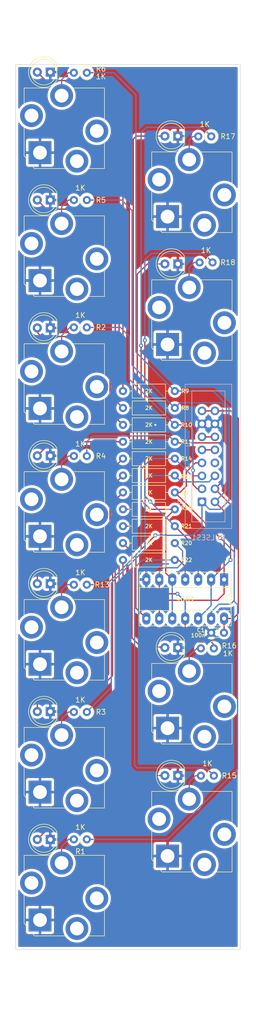
<source format=kicad_pcb>
(kicad_pcb (version 20211014) (generator pcbnew)
  (title_block (date "2022-07-26"))
  (layers (0 "F.Cu" signal) (31 "B.Cu" signal) (34 "B.Paste" user) (35 "F.Paste" user) (36 "B.SilkS" user "B.Silkscreen") (37 "F.SilkS" user "F.Silkscreen") (38 "B.Mask" user) (39 "F.Mask" user) (44 "Edge.Cuts" user))
  (net 0 "")
  (net 1 "/+12V")
  (net 2 "GND")
  (net 3 "Net-(D1-Pad2)")
  (net 4 "/PULSE7")
  (net 5 "Net-(D2-Pad2)")
  (net 6 "/PULSE4")
  (net 7 "Net-(D3-Pad2)")
  (net 8 "/PULSE2")
  (net 9 "Net-(D4-Pad2)")
  (net 10 "/PULSE1")
  (net 11 "Net-(D5-Pad2)")
  (net 12 "/PULSE3")
  (net 13 "Net-(D6-Pad2)")
  (net 14 "/PULSE6")
  (net 15 "Net-(D7-Pad2)")
  (net 16 "/PULSE5")
  (net 17 "Net-(D8-Pad2)")
  (net 18 "Net-(D10-Pad2)")
  (net 19 "Net-(D11-Pad2)")
  (net 20 "Net-(D9-Pad2)")
  (net 21 "Net-(R15-Pad1)")
  (net 22 "Net-(R16-Pad1)")
  (net 23 "Net-(R17-Pad1)")
  (net 24 "Net-(R18-Pad1)")
  (net 25 "Net-(J1-PadT)")
  (net 26 "Net-(J2-PadT)")
  (net 27 "Net-(J3-PadT)")
  (net 28 "Net-(J4-PadT)")
  (net 29 "Net-(J5-PadT)")
  (net 30 "Net-(J6-PadT)")
  (net 31 "Net-(J7-PadT)")
  (net 32 "Net-(J8-PadT)")
  (net 33 "Net-(J9-PadT)")
  (net 34 "Net-(J10-PadT)")
  (net 35 "Net-(J11-PadT)")
  (net 36 "/PULSE8")
  (net 37 "/BUFFCLK")
  (net 38 "/-12V")
  (footprint "ao_tht:R_Axial_DIN0207_L6.3mm_D2.5mm_P10.16mm_Horizontal" (layer "F.Cu") (at 59.182 124.46 180)
    (fp_text reference "R19" (at -2.286 0.254) (layer "F.SilkS") (effects (font (size 0.75 0.75))))
    (fp_text value "2K" hide)
    (fp_text user "${VALUE}" (at 5.08 0) (layer "F.SilkS") (effects (font (size 0.75 0.75))))
    (pad "1" thru_hole circle (at 0 0 180) (size 1.6 1.6) (drill 0.8) (layers *.Cu *.Mask) (net 23 "Net-(R17-Pad1)"))
    (pad "2" thru_hole oval (at 10.16 0 180) (size 1.6 1.6) (drill 0.8) (layers *.Cu *.Mask) (net 17 "Net-(D8-Pad2)"))
  )
  (footprint "ao_tht:LED_D5.0mm" (layer "F.Cu") (at 59.775 51.5 180)
    (fp_text reference "D8" hide)
    (fp_text value "LED12")
    (pad "1" thru_hole rect locked (at 0 0 180) (size 1.8 1.8) (drill 0.9) (layers *.Cu *.Mask) (net 2 "GND"))
    (pad "2" thru_hole circle locked (at 2.54 0 180) (size 1.8 1.8) (drill 0.9) (layers *.Cu *.Mask) (net 17 "Net-(D8-Pad2)"))
  )
  (footprint "ao_tht:R_Axial_DIN0207_L6.3mm_D2.5mm_P10.16mm_Horizontal" (layer "F.Cu") (at 59.182 101.346 180)
    (fp_text reference "R9" (at -2.032 0) (layer "F.SilkS") (effects (font (size 0.75 0.75))))
    (fp_text value "2K" hide)
    (fp_text user "${VALUE}" (at 5.08 0) (layer "F.SilkS") (effects (font (size 0.75 0.75))))
    (pad "1" thru_hole circle (at 0 0 180) (size 1.6 1.6) (drill 0.8) (layers *.Cu *.Mask) (net 10 "/PULSE1"))
    (pad "2" thru_hole oval (at 10.16 0 180) (size 1.6 1.6) (drill 0.8) (layers *.Cu *.Mask) (net 9 "Net-(D4-Pad2)"))
  )
  (footprint "ao_tht:R_Axial_DIN0207_L6.3mm_D2.5mm_P10.16mm_Horizontal" (layer "F.Cu") (at 59.182 131.064 180)
    (fp_text reference "R20" (at -2.286 0) (layer "F.SilkS") (effects (font (size 0.75 0.75))))
    (fp_text value "2K" hide)
    (fp_text user "${VALUE}" (at 5.08 0) (layer "F.SilkS") (effects (font (size 0.75 0.75))))
    (pad "1" thru_hole circle (at 0 0 180) (size 1.6 1.6) (drill 0.8) (layers *.Cu *.Mask) (net 22 "Net-(R16-Pad1)"))
    (pad "2" thru_hole oval (at 10.16 0 180) (size 1.6 1.6) (drill 0.8) (layers *.Cu *.Mask) (net 19 "Net-(D11-Pad2)"))
  )
  (footprint "ao_tht:Jack_6.35mm_PJ_629HAN" (layer "F.Cu") (at 37.5 100 -90)
    (fp_text reference "J5" hide)
    (fp_text value "OUT3")
    (pad "R" thru_hole circle locked (at 0.5 -6.4 270) (size 4.500001 4.500001) (drill 2.7) (layers *.Cu *.Mask))
    (pad "RN" thru_hole circle locked (at 6.4 -2.5 270) (size 4.500001 4.500001) (drill 2.7) (layers *.Cu *.Mask))
    (pad "S" thru_hole rect locked (at 4.74 4.74 270) (size 4.500001 4.500001) (drill 2.7) (layers *.Cu *.Mask) (net 2 "GND"))
    (pad "T" thru_hole circle locked (at -6.4 0.5 270) (size 4.5 4.5) (drill 2.7) (layers *.Cu *.Mask) (net 29 "Net-(J5-PadT)"))
    (pad "TN" thru_hole circle locked (at -2.5 6.4 270) (size 4.5 4.5) (drill 2.7) (layers *.Cu *.Mask))
  )
  (footprint "ao_tht:LED_D5.0mm" (layer "F.Cu") (at 34.775 114 180)
    (fp_text reference "D2" hide)
    (fp_text value "LED4")
    (pad "1" thru_hole rect locked (at 0 0 180) (size 1.8 1.8) (drill 0.9) (layers *.Cu *.Mask) (net 2 "GND"))
    (pad "2" thru_hole circle locked (at 2.54 0 180) (size 1.8 1.8) (drill 0.9) (layers *.Cu *.Mask) (net 5 "Net-(D2-Pad2)"))
  )
  (footprint "ao_tht:R_Axial_DIN0207_L6.3mm_D2.5mm_P2.54mm_Vertical" (layer "F.Cu") (at 41.939 139.192 180)
    (fp_text reference "R13" (at -3.019 0) (layer "F.SilkS"))
    (fp_text value "1K" (at 1.27 2.37) (layer "F.SilkS"))
    (pad "1" thru_hole circle (at 0 0 180) (size 1.6 1.6) (drill 0.8) (layers *.Cu *.Mask) (net 16 "/PULSE5"))
    (pad "2" thru_hole oval (at 2.54 0 180) (size 1.6 1.6) (drill 0.8) (layers *.Cu *.Mask) (net 31 "Net-(J7-PadT)"))
  )
  (footprint "ao_tht:R_Axial_DIN0207_L6.3mm_D2.5mm_P2.54mm_Vertical" (layer "F.Cu") (at 41.939 188.976 180)
    (fp_text reference "R1" (at 1.27 -2.37 180) (layer "F.SilkS"))
    (fp_text value "1K" (at 1.27 2.37 180) (layer "F.SilkS"))
    (pad "1" thru_hole circle (at 0 0 180) (size 1.6 1.6) (drill 0.8) (layers *.Cu *.Mask) (net 4 "/PULSE7"))
    (pad "2" thru_hole oval (at 2.54 0 180) (size 1.6 1.6) (drill 0.8) (layers *.Cu *.Mask) (net 30 "Net-(J6-PadT)"))
  )
  (footprint "ao_tht:Jack_6.35mm_PJ_629HAN" (layer "F.Cu") (at 37.5 50 -90)
    (fp_text reference "J4" hide)
    (fp_text value "OUT1")
    (pad "R" thru_hole circle locked (at 0.5 -6.4 270) (size 4.500001 4.500001) (drill 2.7) (layers *.Cu *.Mask))
    (pad "RN" thru_hole circle locked (at 6.4 -2.5 270) (size 4.500001 4.500001) (drill 2.7) (layers *.Cu *.Mask))
    (pad "S" thru_hole rect locked (at 4.74 4.74 270) (size 4.500001 4.500001) (drill 2.7) (layers *.Cu *.Mask) (net 2 "GND"))
    (pad "T" thru_hole circle locked (at -6.4 0.5 270) (size 4.5 4.5) (drill 2.7) (layers *.Cu *.Mask) (net 28 "Net-(J4-PadT)"))
    (pad "TN" thru_hole circle locked (at -2.5 6.4 270) (size 4.5 4.5) (drill 2.7) (layers *.Cu *.Mask))
  )
  (footprint "ao_tht:Jack_6.35mm_PJ_629HAN" (layer "F.Cu") (at 37.5 75 -90)
    (fp_text reference "J3" hide)
    (fp_text value "OUT2")
    (pad "R" thru_hole circle locked (at 0.5 -6.4 270) (size 4.500001 4.500001) (drill 2.7) (layers *.Cu *.Mask))
    (pad "RN" thru_hole circle locked (at 6.4 -2.5 270) (size 4.500001 4.500001) (drill 2.7) (layers *.Cu *.Mask))
    (pad "S" thru_hole rect locked (at 4.74 4.74 270) (size 4.500001 4.500001) (drill 2.7) (layers *.Cu *.Mask) (net 2 "GND"))
    (pad "T" thru_hole circle locked (at -6.4 0.5 270) (size 4.5 4.5) (drill 2.7) (layers *.Cu *.Mask) (net 27 "Net-(J3-PadT)"))
    (pad "TN" thru_hole circle locked (at -2.5 6.4 270) (size 4.5 4.5) (drill 2.7) (layers *.Cu *.Mask))
  )
  (footprint "ao_tht:R_Axial_DIN0207_L6.3mm_D2.5mm_P10.16mm_Horizontal" (layer "F.Cu") (at 59.182 121.158 180)
    (fp_text reference "R7" (at -2.032 -0.254) (layer "F.SilkS") (effects (font (size 0.75 0.75))))
    (fp_text value "2K" hide)
    (fp_text user "${VALUE}" (at 5.08 0) (layer "F.SilkS") (effects (font (size 0.75 0.75))))
    (pad "1" thru_hole circle (at 0 0 180) (size 1.6 1.6) (drill 0.8) (layers *.Cu *.Mask) (net 4 "/PULSE7"))
    (pad "2" thru_hole oval (at 10.16 0 180) (size 1.6 1.6) (drill 0.8) (layers *.Cu *.Mask) (net 3 "Net-(D1-Pad2)"))
  )
  (footprint "ao_tht:R_Axial_DIN0207_L6.3mm_D2.5mm_P2.54mm_Vertical" (layer "F.Cu") (at 41.939 164.084 180)
    (fp_text reference "R3" (at -2.765 0 180) (layer "F.SilkS"))
    (fp_text value "1K" (at 1.27 2.37 180) (layer "F.SilkS"))
    (pad "1" thru_hole circle (at 0 0 180) (size 1.6 1.6) (drill 0.8) (layers *.Cu *.Mask) (net 14 "/PULSE6"))
    (pad "2" thru_hole oval (at 2.54 0 180) (size 1.6 1.6) (drill 0.8) (layers *.Cu *.Mask) (net 25 "Net-(J1-PadT)"))
  )
  (footprint "ao_tht:Jack_6.35mm_PJ_629HAN" (layer "F.Cu") (at 62.5 87.5 -90)
    (fp_text reference "J11" hide)
    (fp_text value "OUT24")
    (pad "R" thru_hole circle locked (at 0.5 -6.4 270) (size 4.500001 4.500001) (drill 2.7) (layers *.Cu *.Mask))
    (pad "RN" thru_hole circle locked (at 6.4 -2.5 270) (size 4.500001 4.500001) (drill 2.7) (layers *.Cu *.Mask))
    (pad "S" thru_hole rect locked (at 4.74 4.74 270) (size 4.500001 4.500001) (drill 2.7) (layers *.Cu *.Mask) (net 2 "GND"))
    (pad "T" thru_hole circle locked (at -6.4 0.5 270) (size 4.5 4.5) (drill 2.7) (layers *.Cu *.Mask) (net 35 "Net-(J11-PadT)"))
    (pad "TN" thru_hole circle locked (at -2.5 6.4 270) (size 4.5 4.5) (drill 2.7) (layers *.Cu *.Mask))
  )
  (footprint "ao_tht:R_Axial_DIN0207_L6.3mm_D2.5mm_P10.16mm_Horizontal" (layer "F.Cu") (at 59.182 104.648 180)
    (fp_text reference "R8" (at -2.032 0) (layer "F.SilkS") (effects (font (size 0.75 0.75))))
    (fp_text value "2K" hide)
    (fp_text user "${VALUE}" (at 5.08 0) (layer "F.SilkS") (effects (font (size 0.75 0.75))))
    (pad "1" thru_hole circle (at 0 0 180) (size 1.6 1.6) (drill 0.8) (layers *.Cu *.Mask) (net 8 "/PULSE2"))
    (pad "2" thru_hole oval (at 10.16 0 180) (size 1.6 1.6) (drill 0.8) (layers *.Cu *.Mask) (net 7 "Net-(D3-Pad2)"))
  )
  (footprint "ao_tht:R_Axial_DIN0207_L6.3mm_D2.5mm_P2.54mm_Vertical" (layer "F.Cu") (at 41.939 64.008 180)
    (fp_text reference "R5" (at -2.765 0) (layer "F.SilkS"))
    (fp_text value "1K" (at 1.27 2.37) (layer "F.SilkS"))
    (pad "1" thru_hole circle (at 0 0 180) (size 1.6 1.6) (drill 0.8) (layers *.Cu *.Mask) (net 8 "/PULSE2"))
    (pad "2" thru_hole oval (at 2.54 0 180) (size 1.6 1.6) (drill 0.8) (layers *.Cu *.Mask) (net 27 "Net-(J3-PadT)"))
  )
  (footprint "ao_tht:LED_D5.0mm" (layer "F.Cu") (at 34.775 139 180)
    (fp_text reference "D7" hide)
    (fp_text value "LED5")
    (pad "1" thru_hole rect locked (at 0 0 180) (size 1.8 1.8) (drill 0.9) (layers *.Cu *.Mask) (net 2 "GND"))
    (pad "2" thru_hole circle locked (at 2.54 0 180) (size 1.8 1.8) (drill 0.9) (layers *.Cu *.Mask) (net 15 "Net-(D7-Pad2)"))
  )
  (footprint "ao_tht:Jack_6.35mm_PJ_629HAN" (layer "F.Cu") (at 62.5 62.5 -90)
    (fp_text reference "J10" hide)
    (fp_text value "OUT12")
    (pad "R" thru_hole circle locked (at 0.5 -6.4 270) (size 4.500001 4.500001) (drill 2.7) (layers *.Cu *.Mask))
    (pad "RN" thru_hole circle locked (at 6.4 -2.5 270) (size 4.500001 4.500001) (drill 2.7) (layers *.Cu *.Mask))
    (pad "S" thru_hole rect locked (at 4.74 4.74 270) (size 4.500001 4.500001) (drill 2.7) (layers *.Cu *.Mask) (net 2 "GND"))
    (pad "T" thru_hole circle locked (at -6.4 0.5 270) (size 4.5 4.5) (drill 2.7) (layers *.Cu *.Mask) (net 34 "Net-(J10-PadT)"))
    (pad "TN" thru_hole circle locked (at -2.5 6.4 270) (size 4.5 4.5) (drill 2.7) (layers *.Cu *.Mask))
  )
  (footprint "ao_tht:LED_D5.0mm" (layer "F.Cu") (at 59.775 176.5 180)
    (fp_text reference "D10" hide)
    (fp_text value "LED1247")
    (pad "1" thru_hole rect locked (at 0 0 180) (size 1.8 1.8) (drill 0.9) (layers *.Cu *.Mask) (net 2 "GND"))
    (pad "2" thru_hole circle locked (at 2.54 0 180) (size 1.8 1.8) (drill 0.9) (layers *.Cu *.Mask) (net 18 "Net-(D10-Pad2)"))
  )
  (footprint "ao_tht:Jack_6.35mm_PJ_629HAN" (layer "F.Cu") (at 62.5 187.5 -90)
    (fp_text reference "J8" hide)
    (fp_text value "1247")
    (pad "R" thru_hole circle locked (at 0.5 -6.4 270) (size 4.500001 4.500001) (drill 2.7) (layers *.Cu *.Mask))
    (pad "RN" thru_hole circle locked (at 6.4 -2.5 270) (size 4.500001 4.500001) (drill 2.7) (layers *.Cu *.Mask))
    (pad "S" thru_hole rect locked (at 4.74 4.74 270) (size 4.500001 4.500001) (drill 2.7) (layers *.Cu *.Mask) (net 2 "GND"))
    (pad "T" thru_hole circle locked (at -6.4 0.5 270) (size 4.5 4.5) (drill 2.7) (layers *.Cu *.Mask) (net 32 "Net-(J8-PadT)"))
    (pad "TN" thru_hole circle locked (at -2.5 6.4 270) (size 4.5 4.5) (drill 2.7) (layers *.Cu *.Mask))
  )
  (footprint "ao_tht:R_Axial_DIN0207_L6.3mm_D2.5mm_P2.54mm_Vertical" (layer "F.Cu") (at 41.939 39.116 180)
    (fp_text reference "R6" (at -2.765 0.762) (layer "F.SilkS"))
    (fp_text value "1K" (at -2.765 -0.762) (layer "F.SilkS"))
    (pad "1" thru_hole circle (at 0 0 180) (size 1.6 1.6) (drill 0.8) (layers *.Cu *.Mask) (net 10 "/PULSE1"))
    (pad "2" thru_hole oval (at 2.54 0 180) (size 1.6 1.6) (drill 0.8) (layers *.Cu *.Mask) (net 28 "Net-(J4-PadT)"))
  )
  (footprint "ao_tht:R_Axial_DIN0207_L6.3mm_D2.5mm_P10.16mm_Horizontal" (layer "F.Cu") (at 59.182 107.95 180)
    (fp_text reference "R10" (at -2.286 0) (layer "F.SilkS") (effects (font (size 0.75 0.75))))
    (fp_text value "2K" hide)
    (fp_text user "${VALUE}" (at 5.08 0.002) (layer "F.SilkS") (effects (font (size 0.75 0.75))))
    (pad "1" thru_hole circle (at 0 0 180) (size 1.6 1.6) (drill 0.8) (layers *.Cu *.Mask) (net 12 "/PULSE3"))
    (pad "2" thru_hole oval (at 10.16 0 180) (size 1.6 1.6) (drill 0.8) (layers *.Cu *.Mask) (net 11 "Net-(D5-Pad2)"))
  )
  (footprint "ao_tht:R_Axial_DIN0207_L6.3mm_D2.5mm_P10.16mm_Horizontal" (layer "F.Cu") (at 59.182 117.856 180)
    (fp_text reference "R12" (at -2.286 -0.254) (layer "F.SilkS") (effects (font (size 0.75 0.75))))
    (fp_text value "2K" hide)
    (fp_text user "${VALUE}" (at 5.08 0) (layer "F.SilkS") (effects (font (size 0.75 0.75))))
    (pad "1" thru_hole circle (at 0 0 180) (size 1.6 1.6) (drill 0.8) (layers *.Cu *.Mask) (net 14 "/PULSE6"))
    (pad "2" thru_hole oval (at 10.16 0 180) (size 1.6 1.6) (drill 0.8) (layers *.Cu *.Mask) (net 13 "Net-(D6-Pad2)"))
  )
  (footprint "ao_tht:R_Axial_DIN0207_L6.3mm_D2.5mm_P2.54mm_Vertical" (layer "F.Cu") (at 66.831 176.53 180)
    (fp_text reference "R15" (at -3.019 0 180) (layer "F.SilkS"))
    (fp_text value "1K" (at 1.27 2.37 180) (layer "F.SilkS"))
    (pad "1" thru_hole circle (at 0 0 180) (size 1.6 1.6) (drill 0.8) (layers *.Cu *.Mask) (net 21 "Net-(R15-Pad1)"))
    (pad "2" thru_hole oval (at 2.54 0 180) (size 1.6 1.6) (drill 0.8) (layers *.Cu *.Mask) (net 32 "Net-(J8-PadT)"))
  )
  (footprint "ao_tht:Jack_6.35mm_PJ_629HAN" (layer "F.Cu") (at 62.5 162.5 -90)
    (fp_text reference "J9" hide)
    (fp_text value "OUT47")
    (pad "R" thru_hole circle locked (at 0.5 -6.4 270) (size 4.500001 4.500001) (drill 2.7) (layers *.Cu *.Mask))
    (pad "RN" thru_hole circle locked (at 6.4 -2.5 270) (size 4.500001 4.500001) (drill 2.7) (layers *.Cu *.Mask))
    (pad "S" thru_hole rect locked (at 4.74 4.74 270) (size 4.500001 4.500001) (drill 2.7) (layers *.Cu *.Mask) (net 2 "GND"))
    (pad "T" thru_hole circle locked (at -6.4 0.5 270) (size 4.5 4.5) (drill 2.7) (layers *.Cu *.Mask) (net 33 "Net-(J9-PadT)"))
    (pad "TN" thru_hole circle locked (at -2.5 6.4 270) (size 4.5 4.5) (drill 2.7) (layers *.Cu *.Mask))
  )
  (footprint "ao_tht:LED_D5.0mm" (layer "F.Cu") (at 34.775 189 180)
    (fp_text reference "D1" hide)
    (fp_text value "LED7")
    (pad "1" thru_hole rect locked (at 0 0 180) (size 1.8 1.8) (drill 0.9) (layers *.Cu *.Mask) (net 2 "GND"))
    (pad "2" thru_hole circle locked (at 2.54 0 180) (size 1.8 1.8) (drill 0.9) (layers *.Cu *.Mask) (net 3 "Net-(D1-Pad2)"))
  )
  (footprint "ao_tht:LED_D5.0mm" (layer "F.Cu") (at 59.775 151.5 180)
    (fp_text reference "D11" hide)
    (fp_text value "LED47")
    (pad "1" thru_hole rect locked (at 0 0 180) (size 1.8 1.8) (drill 0.9) (layers *.Cu *.Mask) (net 2 "GND"))
    (pad "2" thru_hole circle locked (at 2.54 0 180) (size 1.8 1.8) (drill 0.9) (layers *.Cu *.Mask) (net 19 "Net-(D11-Pad2)"))
  )
  (footprint "ao_tht:Jack_6.35mm_PJ_629HAN" (layer "F.Cu") (at 37.5 125 -90)
    (fp_text reference "J2" hide)
    (fp_text value "OUT4")
    (pad "R" thru_hole circle locked (at 0.5 -6.4 270) (size 4.500001 4.500001) (drill 2.7) (layers *.Cu *.Mask))
    (pad "RN" thru_hole circle locked (at 6.4 -2.5 270) (size 4.500001 4.500001) (drill 2.7) (layers *.Cu *.Mask))
    (pad "S" thru_hole rect locked (at 4.74 4.74 270) (size 4.500001 4.500001) (drill 2.7) (layers *.Cu *.Mask) (net 2 "GND"))
    (pad "T" thru_hole circle locked (at -6.4 0.5 270) (size 4.5 4.5) (drill 2.7) (layers *.Cu *.Mask) (net 26 "Net-(J2-PadT)"))
    (pad "TN" thru_hole circle locked (at -2.5 6.4 270) (size 4.5 4.5) (drill 2.7) (layers *.Cu *.Mask))
  )
  (footprint "ao_tht:R_Axial_DIN0207_L6.3mm_D2.5mm_P2.54mm_Vertical" (layer "F.Cu") (at 41.939 88.9 180)
    (fp_text reference "R2" (at -2.765 0 180) (layer "F.SilkS"))
    (fp_text value "1K" (at 1.27 2.37 180) (layer "F.SilkS"))
    (pad "1" thru_hole circle (at 0 0 180) (size 1.6 1.6) (drill 0.8) (layers *.Cu *.Mask) (net 12 "/PULSE3"))
    (pad "2" thru_hole oval (at 2.54 0 180) (size 1.6 1.6) (drill 0.8) (layers *.Cu *.Mask) (net 29 "Net-(J5-PadT)"))
  )
  (footprint "ao_tht:R_Axial_DIN0207_L6.3mm_D2.5mm_P10.16mm_Horizontal" (layer "F.Cu") (at 59.182 134.366 180)
    (fp_text reference "R22" (at -2.286 0) (layer "F.SilkS") (effects (font (size 0.75 0.75))))
    (fp_text value "2K" hide)
    (fp_text user "${VALUE}" (at 5.08 0) (layer "F.SilkS") (effects (font (size 0.75 0.75))))
    (pad "1" thru_hole circle (at 0 0 180) (size 1.6 1.6) (drill 0.8) (layers *.Cu *.Mask) (net 21 "Net-(R15-Pad1)"))
    (pad "2" thru_hole oval (at 10.16 0 180) (size 1.6 1.6) (drill 0.8) (layers *.Cu *.Mask) (net 18 "Net-(D10-Pad2)"))
  )
  (footprint "ao_tht:R_Axial_DIN0207_L6.3mm_D2.5mm_P10.16mm_Horizontal" (layer "F.Cu") (at 59.182 127.762 180)
    (fp_text reference "R21" (at -2.286 0) (layer "F.SilkS") (effects (font (size 0.75 0.75))))
    (fp_text value "2K" hide)
    (fp_text user "${VALUE}" (at 5.08 0) (layer "F.SilkS") (effects (font (size 0.75 0.75))))
    (pad "1" thru_hole circle (at 0 0 180) (size 1.6 1.6) (drill 0.8) (layers *.Cu *.Mask) (net 24 "Net-(R18-Pad1)"))
    (pad "2" thru_hole oval (at 10.16 0 180) (size 1.6 1.6) (drill 0.8) (layers *.Cu *.Mask) (net 20 "Net-(D9-Pad2)"))
  )
  (footprint "ao_tht:DIP-14_W7.62mm_Socket_LongPads" (layer "F.Cu") (at 68.839 138.186 -90)
    (fp_text reference "U1" hide)
    (fp_text value "4081" (at 3.81 7.625) (layer "F.SilkS"))
    (pad "1" thru_hole rect locked (at 0 0 270) (size 2.4 1.6) (drill 0.8) (layers *.Cu *.Mask) (net 8 "/PULSE2"))
    (pad "2" thru_hole oval locked (at 0 2.54 270) (size 2.4 1.6) (drill 0.8) (layers *.Cu *.Mask) (net 6 "/PULSE4"))
    (pad "3" thru_hole oval locked (at 0 5.08 270) (size 2.4 1.6) (drill 0.8) (layers *.Cu *.Mask) (net 24 "Net-(R18-Pad1)"))
    (pad "4" thru_hole oval locked (at 0 7.62 270) (size 2.4 1.6) (drill 0.8) (layers *.Cu *.Mask) (net 21 "Net-(R15-Pad1)"))
    (pad "5" thru_hole oval locked (at 0 10.16 270) (size 2.4 1.6) (drill 0.8) (layers *.Cu *.Mask) (net 23 "Net-(R17-Pad1)"))
    (pad "6" thru_hole oval locked (at 0 12.7 270) (size 2.4 1.6) (drill 0.8) (layers *.Cu *.Mask) (net 22 "Net-(R16-Pad1)"))
    (pad "7" thru_hole oval locked (at 0 15.24 270) (size 2.4 1.6) (drill 0.8) (layers *.Cu *.Mask) (net 2 "GND"))
    (pad "8" thru_hole oval locked (at 7.62 15.24 270) (size 2.4 1.6) (drill 0.8) (layers *.Cu *.Mask) (net 10 "/PULSE1"))
    (pad "9" thru_hole oval locked (at 7.62 12.7 270) (size 2.4 1.6) (drill 0.8) (layers *.Cu *.Mask) (net 8 "/PULSE2"))
    (pad "10" thru_hole oval locked (at 7.62 10.16 270) (size 2.4 1.6) (drill 0.8) (layers *.Cu *.Mask) (net 23 "Net-(R17-Pad1)"))
    (pad "11" thru_hole oval locked (at 7.62 7.62 270) (size 2.4 1.6) (drill 0.8) (layers *.Cu *.Mask) (net 22 "Net-(R16-Pad1)"))
    (pad "12" thru_hole oval locked (at 7.62 5.08 270) (size 2.4 1.6) (drill 0.8) (layers *.Cu *.Mask) (net 6 "/PULSE4"))
    (pad "13" thru_hole oval locked (at 7.62 2.54 270) (size 2.4 1.6) (drill 0.8) (layers *.Cu *.Mask) (net 4 "/PULSE7"))
    (pad "14" thru_hole oval locked (at 7.62 0 270) (size 2.4 1.6) (drill 0.8) (layers *.Cu *.Mask) (net 1 "/+12V"))
  )
  (footprint "ao_tht:LED_D5.0mm" (layer "F.Cu") (at 34.775 64 180)
    (fp_text reference "D3" hide)
    (fp_text value "LED2")
    (pad "1" thru_hole rect locked (at 0 0 180) (size 1.8 1.8) (drill 0.9) (layers *.Cu *.Mask) (net 2 "GND"))
    (pad "2" thru_hole circle locked (at 2.54 0 180) (size 1.8 1.8) (drill 0.9) (layers *.Cu *.Mask) (net 7 "Net-(D3-Pad2)"))
  )
  (footprint "ao_tht:LED_D5.0mm" (layer "F.Cu") (at 59.775 76.5 180)
    (fp_text reference "D9" hide)
    (fp_text value "LED24")
    (pad "1" thru_hole rect locked (at 0 0 180) (size 1.8 1.8) (drill 0.9) (layers *.Cu *.Mask) (net 2 "GND"))
    (pad "2" thru_hole circle locked (at 2.54 0 180) (size 1.8 1.8) (drill 0.9) (layers *.Cu *.Mask) (net 20 "Net-(D9-Pad2)"))
  )
  (footprint "ao_tht:Jack_6.35mm_PJ_629HAN" (layer "F.Cu") (at 37.5 150 -90)
    (fp_text reference "J7" hide)
    (fp_text value "OUT5")
    (pad "R" thru_hole circle locked (at 0.5 -6.4 270) (size 4.500001 4.500001) (drill 2.7) (layers *.Cu *.Mask))
    (pad "RN" thru_hole circle locked (at 6.4 -2.5 270) (size 4.500001 4.500001) (drill 2.7) (layers *.Cu *.Mask))
    (pad "S" thru_hole rect locked (at 4.74 4.74 270) (size 4.500001 4.500001) (drill 2.7) (layers *.Cu *.Mask) (net 2 "GND"))
    (pad "T" thru_hole circle locked (at -6.4 0.5 270) (size 4.5 4.5) (drill 2.7) (layers *.Cu *.Mask) (net 31 "Net-(J7-PadT)"))
    (pad "TN" thru_hole circle locked (at -2.5 6.4 270) (size 4.5 4.5) (drill 2.7) (layers *.Cu *.Mask))
  )
  (footprint "ao_tht:R_Axial_DIN0207_L6.3mm_D2.5mm_P2.54mm_Vertical" (layer "F.Cu") (at 66.577 76.2 180)
    (fp_text reference "R18" (at -3.019 0) (layer "F.SilkS"))
    (fp_text value "1K" (at 1.27 2.37) (layer "F.SilkS"))
    (pad "1" thru_hole circle (at 0 0 180) (size 1.6 1.6) (drill 0.8) (layers *.Cu *.Mask) (net 24 "Net-(R18-Pad1)"))
    (pad "2" thru_hole oval (at 2.54 0 180) (size 1.6 1.6) (drill 0.8) (layers *.Cu *.Mask) (net 35 "Net-(J11-PadT)"))
  )
  (footprint "ao_tht:C_Disc_D3.0mm_W1.6mm_P2.50mm" (layer "F.Cu") (at 68.814 148.59 180)
    (fp_text reference "C1" (at 4.552 0.508) (layer "F.SilkS") (effects (font (size 0.75 0.75))))
    (fp_text value "100n" hide)
    (fp_text user "${VALUE}" (at 5.06 -0.508 180) (layer "F.SilkS") (effects (font (size 0.75 0.75))))
    (pad "1" thru_hole circle (at 0 0 180) (size 1.6 1.6) (drill 0.8) (layers *.Cu *.Mask) (net 1 "/+12V"))
    (pad "2" thru_hole circle (at 2.5 0 180) (size 1.6 1.6) (drill 0.8) (layers *.Cu *.Mask) (net 2 "GND"))
  )
  (footprint "ao_tht:R_Axial_DIN0207_L6.3mm_D2.5mm_P10.16mm_Horizontal" (layer "F.Cu") (at 59.182 111.252 180)
    (fp_text reference "R11" (at -2.286 0) (layer "F.SilkS") (effects (font (size 0.75 0.75))))
    (fp_text value "2K" hide)
    (fp_text user "${VALUE}" (at 5.08 0) (layer "F.SilkS") (effects (font (size 0.75 0.75))))
    (pad "1" thru_hole circle (at 0 0 180) (size 1.6 1.6) (drill 0.8) (layers *.Cu *.Mask) (net 6 "/PULSE4"))
    (pad "2" thru_hole oval (at 10.16 0 180) (size 1.6 1.6) (drill 0.8) (layers *.Cu *.Mask) (net 5 "Net-(D2-Pad2)"))
  )
  (footprint "ao_tht:Jack_6.35mm_PJ_629HAN" (layer "F.Cu") (at 37.5 175 -90)
    (fp_text reference "J1" hide)
    (fp_text value "OUT6")
    (pad "R" thru_hole circle locked (at 0.5 -6.4 270) (size 4.500001 4.500001) (drill 2.7) (layers *.Cu *.Mask))
    (pad "RN" thru_hole circle locked (at 6.4 -2.5 270) (size 4.500001 4.500001) (drill 2.7) (layers *.Cu *.Mask))
    (pad "S" thru_hole rect locked (at 4.74 4.74 270) (size 4.500001 4.500001) (drill 2.7) (layers *.Cu *.Mask) (net 2 "GND"))
    (pad "T" thru_hole circle locked (at -6.4 0.5 270) (size 4.5 4.5) (drill 2.7) (layers *.Cu *.Mask) (net 25 "Net-(J1-PadT)"))
    (pad "TN" thru_hole circle locked (at -2.5 6.4 270) (size 4.5 4.5) (drill 2.7) (layers *.Cu *.Mask))
  )
  (footprint "ao_tht:Jack_6.35mm_PJ_629HAN" (layer "F.Cu") (at 37.5 200 -90)
    (fp_text reference "J6" hide)
    (fp_text value "OUT7")
    (pad "R" thru_hole circle locked (at 0.5 -6.4 270) (size 4.500001 4.500001) (drill 2.7) (layers *.Cu *.Mask))
    (pad "RN" thru_hole circle locked (at 6.4 -2.5 270) (size 4.500001 4.500001) (drill 2.7) (layers *.Cu *.Mask))
    (pad "S" thru_hole rect locked (at 4.74 4.74 270) (size 4.500001 4.500001) (drill 2.7) (layers *.Cu *.Mask) (net 2 "GND"))
    (pad "T" thru_hole circle locked (at -6.4 0.5 270) (size 4.5 4.5) (drill 2.7) (layers *.Cu *.Mask) (net 30 "Net-(J6-PadT)"))
    (pad "TN" thru_hole circle locked (at -2.5 6.4 270) (size 4.5 4.5) (drill 2.7) (layers *.Cu *.Mask))
  )
  (footprint "ao_tht:R_Axial_DIN0207_L6.3mm_D2.5mm_P2.54mm_Vertical" (layer "F.Cu") (at 66.323 51.562 180)
    (fp_text reference "R17" (at -3.273 0) (layer "F.SilkS"))
    (fp_text value "1K" (at 1.27 2.37) (layer "F.SilkS"))
    (pad "1" thru_hole circle (at 0 0 180) (size 1.6 1.6) (drill 0.8) (layers *.Cu *.Mask) (net 23 "Net-(R17-Pad1)"))
    (pad "2" thru_hole oval (at 2.54 0 180) (size 1.6 1.6) (drill 0.8) (layers *.Cu *.Mask) (net 34 "Net-(J10-PadT)"))
  )
  (footprint "ao_tht:R_Axial_DIN0207_L6.3mm_D2.5mm_P2.54mm_Vertical" (layer "F.Cu") (at 66.831 151.638 180)
    (fp_text reference "R16" (at -3.019 0.508) (layer "F.SilkS"))
    (fp_text value "1K" (at -2.765 -1.016) (layer "F.SilkS"))
    (pad "1" thru_hole circle (at 0 0 180) (size 1.6 1.6) (drill 0.8) (layers *.Cu *.Mask) (net 22 "Net-(R16-Pad1)"))
    (pad "2" thru_hole oval (at 2.54 0 180) (size 1.6 1.6) (drill 0.8) (layers *.Cu *.Mask) (net 33 "Net-(J9-PadT)"))
  )
  (footprint "ao_tht:R_Axial_DIN0207_L6.3mm_D2.5mm_P2.54mm_Vertical" (layer "F.Cu") (at 41.939 114.046 180)
    (fp_text reference "R4" (at -2.765 0 180) (layer "F.SilkS"))
    (fp_text value "1K" (at 1.27 2.37 180) (layer "F.SilkS"))
    (pad "1" thru_hole circle (at 0 0 180) (size 1.6 1.6) (drill 0.8) (layers *.Cu *.Mask) (net 6 "/PULSE4"))
    (pad "2" thru_hole oval (at 2.54 0 180) (size 1.6 1.6) (drill 0.8) (layers *.Cu *.Mask) (net 26 "Net-(J2-PadT)"))
  )
  (footprint "ao_tht:LED_D5.0mm" (layer "F.Cu") (at 34.775 39 180)
    (fp_text reference "D4" hide)
    (fp_text value "LED1")
    (pad "1" thru_hole rect locked (at 0 0 180) (size 1.8 1.8) (drill 0.9) (layers *.Cu *.Mask) (net 2 "GND"))
    (pad "2" thru_hole circle locked (at 2.54 0 180) (size 1.8 1.8) (drill 0.9) (layers *.Cu *.Mask) (net 9 "Net-(D4-Pad2)"))
  )
  (footprint "ao_tht:LED_D5.0mm" (layer "F.Cu") (at 34.775 164 180)
    (fp_text reference "D6" hide)
    (fp_text value "LED6")
    (pad "1" thru_hole rect locked (at 0 0 180) (size 1.8 1.8) (drill 0.9) (layers *.Cu *.Mask) (net 2 "GND"))
    (pad "2" thru_hole circle locked (at 2.54 0 180) (size 1.8 1.8) (drill 0.9) (layers *.Cu *.Mask) (net 13 "Net-(D6-Pad2)"))
  )
  (footprint "ao_tht:LED_D5.0mm" (layer "F.Cu") (at 34.775 89 180)
    (fp_text reference "D5" hide)
    (fp_text value "LED3")
    (pad "1" thru_hole rect locked (at 0 0 180) (size 1.8 1.8) (drill 0.9) (layers *.Cu *.Mask) (net 2 "GND"))
    (pad "2" thru_hole circle locked (at 2.54 0 180) (size 1.8 1.8) (drill 0.9) (layers *.Cu *.Mask) (net 11 "Net-(D5-Pad2)"))
  )
  (footprint "ao_tht:R_Axial_DIN0207_L6.3mm_D2.5mm_P10.16mm_Horizontal" (layer "F.Cu") (at 59.182 114.554 180)
    (fp_text reference "R14" (at -2.286 0) (layer "F.SilkS") (effects (font (size 0.75 0.75))))
    (fp_text value "2K" hide)
    (fp_text user "${VALUE}" (at 5.08 0) (layer "F.SilkS") (effects (font (size 0.75 0.75))))
    (pad "1" thru_hole circle (at 0 0 180) (size 1.6 1.6) (drill 0.8) (layers *.Cu *.Mask) (net 16 "/PULSE5"))
    (pad "2" thru_hole oval (at 10.16 0 180) (size 1.6 1.6) (drill 0.8) (layers *.Cu *.Mask) (net 15 "Net-(D7-Pad2)"))
  )
  (footprint "Connector_IDC:IDC-Header_2x08_P2.54mm_Vertical" (layer "B.Cu") (at 64.5 123)
    (fp_text reference "PULSES1" (at 1.27 7) (layer "B.SilkS") (effects (justify mirror)))
    (fp_text value "MA08-2" hide)
    (pad "1" thru_hole roundrect (at 0 0) (size 1.7 1.7) (drill 1) (layers *.Cu *.Mask) (roundrect_rratio 0.1470588235) (net 10 "/PULSE1"))
    (pad "2" thru_hole circle (at 2.54 0) (size 1.7 1.7) (drill 1) (layers *.Cu *.Mask) (net 8 "/PULSE2"))
    (pad "3" thru_hole circle (at 0 -2.54) (size 1.7 1.7) (drill 1) (layers *.Cu *.Mask) (net 12 "/PULSE3"))
    (pad "4" thru_hole circle (at 2.54 -2.54) (size 1.7 1.7) (drill 1) (layers *.Cu *.Mask) (net 6 "/PULSE4"))
    (pad "5" thru_hole circle (at 0 -5.08) (size 1.7 1.7) (drill 1) (layers *.Cu *.Mask) (net 16 "/PULSE5"))
    (pad "6" thru_hole circle (at 2.54 -5.08) (size 1.7 1.7) (drill 1) (layers *.Cu *.Mask) (net 14 "/PULSE6"))
    (pad "7" thru_hole circle (at 0 -7.62) (size 1.7 1.7) (drill 1) (layers *.Cu *.Mask) (net 4 "/PULSE7"))
    (pad "8" thru_hole circle (at 2.54 -7.62) (size 1.7 1.7) (drill 1) (layers *.Cu *.Mask) (net 36 "/PULSE8"))
    (pad "9" thru_hole circle (at 0 -10.16) (size 1.7 1.7) (drill 1) (layers *.Cu *.Mask) (net 37 "/BUFFCLK"))
    (pad "10" thru_hole circle (at 2.54 -10.16) (size 1.7 1.7) (drill 1) (layers *.Cu *.Mask) (net 37 "/BUFFCLK"))
    (pad "11" thru_hole circle (at 0 -12.7) (size 1.7 1.7) (drill 1) (layers *.Cu *.Mask) (net 38 "/-12V"))
    (pad "12" thru_hole circle (at 2.54 -12.7) (size 1.7 1.7) (drill 1) (layers *.Cu *.Mask) (net 38 "/-12V"))
    (pad "13" thru_hole circle (at 0 -15.24) (size 1.7 1.7) (drill 1) (layers *.Cu *.Mask) (net 2 "GND"))
    (pad "14" thru_hole circle (at 2.54 -15.24) (size 1.7 1.7) (drill 1) (layers *.Cu *.Mask) (net 2 "GND"))
    (pad "15" thru_hole circle (at 0 -17.78) (size 1.7 1.7) (drill 1) (layers *.Cu *.Mask) (net 1 "/+12V"))
    (pad "16" thru_hole circle (at 2.54 -17.78) (size 1.7 1.7) (drill 1) (layers *.Cu *.Mask) (net 1 "/+12V"))
  )
  (gr_rect (start 72 37.5) (end 28 210.5) (layer "Edge.Cuts") (width 0.1) (fill none))
  (segment (start 64.5 105.22) (end 67.04 105.22) (width 0.25) (layer "F.Cu") (net 1))
  (segment (start 68.849 145.796) (end 68.839 145.806) (width 0.25) (layer "F.Cu") (net 1))
  (segment (start 71.628 106.68) (end 71.628 144.78) (width 0.25) (layer "F.Cu") (net 1))
  (segment (start 68.839 145.806) (end 68.839 148.565) (width 0.25) (layer "F.Cu") (net 1))
  (segment (start 70.168 105.22) (end 71.628 106.68) (width 0.25) (layer "F.Cu") (net 1))
  (segment (start 70.612 145.796) (end 68.849 145.796) (width 0.25) (layer "F.Cu") (net 1))
  (segment (start 68.839 148.565) (end 68.814 148.59) (width 0.25) (layer "F.Cu") (net 1))
  (segment (start 71.628 144.78) (end 70.612 145.796) (width 0.25) (layer "F.Cu") (net 1))
  (segment (start 67.04 105.22) (end 70.168 105.22) (width 0.25) (layer "F.Cu") (net 1))
  (via (at 55.372 107.95) (size 0.8) (drill 0.4) (layers "F.Cu" "B.Cu") (net 2))
  (segment (start 35.307 185.928) (end 32.235 189) (width 0.25) (layer "F.Cu") (net 3))
  (segment (start 49.022 121.158) (end 47.498 122.682) (width 0.25) (layer "F.Cu") (net 3))
  (segment (start 45.72 185.928) (end 35.307 185.928) (width 0.25) (layer "F.Cu") (net 3))
  (segment (start 47.498 184.15) (end 45.72 185.928) (width 0.25) (layer "F.Cu") (net 3))
  (segment (start 47.498 122.682) (end 47.498 184.15) (width 0.25) (layer "F.Cu") (net 3))
  (segment (start 60.198 121.158) (end 59.182 121.158) (width 0.25) (layer "F.Cu") (net 4))
  (segment (start 63.206 115.38) (end 61.468 117.118) (width 0.25) (layer "F.Cu") (net 4))
  (segment (start 61.468 117.118) (end 61.468 119.888) (width 0.25) (layer "F.Cu") (net 4))
  (segment (start 61.468 119.888) (end 60.198 121.158) (width 0.25) (layer "F.Cu") (net 4))
  (segment (start 59.182 121.158) (end 68.072 130.048) (width 0.25) (layer "F.Cu") (net 4))
  (segment (start 64.5 115.38) (end 63.206 115.38) (width 0.25) (layer "F.Cu") (net 4))
  (via (at 68.072 130.048) (size 0.8) (drill 0.4) (layers "F.Cu" "B.Cu") (net 4))
  (segment (start 70.828511 142.277489) (end 70.104 143.002) (width 0.25) (layer "B.Cu") (net 4))
  (segment (start 57.764909 188.976) (end 71.474511 175.266398) (width 0.25) (layer "B.Cu") (net 4))
  (segment (start 71.474511 175.266398) (end 71.474511 143.102511) (width 0.25) (layer "B.Cu") (net 4))
  (segment (start 66.299 144.521) (end 66.299 145.806) (width 0.25) (layer "B.Cu") (net 4))
  (segment (start 71.474511 143.102511) (end 70.828511 142.456511) (width 0.25) (layer "B.Cu") (net 4))
  (segment (start 70.828511 142.023489) (end 70.828511 142.277489) (width 0.25) (layer "B.Cu") (net 4))
  (segment (start 70.828511 132.804511) (end 70.828511 142.023489) (width 0.25) (layer "B.Cu") (net 4))
  (segment (start 70.104 143.002) (end 67.818 143.002) (width 0.25) (layer "B.Cu") (net 4))
  (segment (start 70.828511 142.456511) (end 70.828511 142.023489) (width 0.25) (layer "B.Cu") (net 4))
  (segment (start 68.072 130.048) (end 70.828511 132.804511) (width 0.25) (layer "B.Cu") (net 4))
  (segment (start 67.818 143.002) (end 66.299 144.521) (width 0.25) (layer "B.Cu") (net 4))
  (segment (start 41.939 188.976) (end 57.764909 188.976) (width 0.25) (layer "B.Cu") (net 4))
  (segment (start 34.983 111.252) (end 32.235 114) (width 0.25) (layer "F.Cu") (net 5))
  (segment (start 49.022 111.252) (end 34.983 111.252) (width 0.25) (layer "F.Cu") (net 5))
  (segment (start 68.58 118.92) (end 68.58 112.014) (width 0.25) (layer "F.Cu") (net 6))
  (segment (start 70.104 123.524) (end 70.104 134.366) (width 0.25) (layer "F.Cu") (net 6))
  (segment (start 68.58 112.014) (end 68.040511 111.474511) (width 0.25) (layer "F.Cu") (net 6))
  (segment (start 67.04 120.46) (end 70.104 123.524) (width 0.25) (layer "F.Cu") (net 6))
  (segment (start 59.404511 111.474511) (end 59.182 111.252) (width 0.25) (layer "F.Cu") (net 6))
  (segment (start 67.04 120.46) (end 68.58 118.92) (width 0.25) (layer "F.Cu") (net 6))
  (segment (start 68.040511 111.474511) (end 59.404511 111.474511) (width 0.25) (layer "F.Cu") (net 6))
  (via (at 70.104 134.366) (size 0.8) (drill 0.4) (layers "F.Cu" "B.Cu") (net 6))
  (segment (start 70.104 134.366) (end 70.104 134.381) (width 0.25) (layer "B.Cu") (net 6))
  (segment (start 59.182 111.252) (end 58.057489 110.127489) (width 0.25) (layer "B.Cu") (net 6))
  (segment (start 66.294 143.271) (end 66.294 138.191) (width 0.25) (layer "B.Cu") (net 6))
  (segment (start 58.057489 110.127489) (end 43.034511 110.127489) (width 0.25) (layer "B.Cu") (net 6))
  (segment (start 43.034511 110.127489) (end 41.939 111.223) (width 0.25) (layer "B.Cu") (net 6))
  (segment (start 66.294 138.191) (end 66.299 138.186) (width 0.25) (layer "B.Cu") (net 6))
  (segment (start 41.939 111.223) (end 41.939 114.046) (width 0.25) (layer "B.Cu") (net 6))
  (segment (start 70.104 134.381) (end 66.299 138.186) (width 0.25) (layer "B.Cu") (net 6))
  (segment (start 63.759 145.806) (end 66.294 143.271) (width 0.25) (layer "B.Cu") (net 6))
  (segment (start 34.021 65.786) (end 32.235 64) (width 0.25) (layer "F.Cu") (net 7))
  (segment (start 49.022 104.648) (end 47.498 103.124) (width 0.25) (layer "F.Cu") (net 7))
  (segment (start 44.45 65.786) (end 34.021 65.786) (width 0.25) (layer "F.Cu") (net 7))
  (segment (start 47.498 68.834) (end 44.45 65.786) (width 0.25) (layer "F.Cu") (net 7))
  (segment (start 47.498 103.124) (end 47.498 68.834) (width 0.25) (layer "F.Cu") (net 7))
  (segment (start 68.839 140.965) (end 68.839 138.186) (width 0.25) (layer "F.Cu") (net 8))
  (segment (start 56.139 145.806) (end 56.139 143.251) (width 0.25) (layer "F.Cu") (net 8))
  (segment (start 68.839 124.799) (end 67.04 123) (width 0.25) (layer "F.Cu") (net 8))
  (segment (start 56.139 143.251) (end 57.15 142.24) (width 0.25) (layer "F.Cu") (net 8))
  (segment (start 67.564 142.24) (end 68.839 140.965) (width 0.25) (layer "F.Cu") (net 8))
  (segment (start 57.15 142.24) (end 67.564 142.24) (width 0.25) (layer "F.Cu") (net 8))
  (segment (start 68.839 138.186) (end 68.839 124.799) (width 0.25) (layer "F.Cu") (net 8))
  (segment (start 50.8 96.266) (end 50.8 66.04) (width 0.25) (layer "B.Cu") (net 8))
  (segment (start 59.182 104.648) (end 60.198 103.632) (width 0.25) (layer "B.Cu") (net 8))
  (segment (start 59.182 104.648) (end 50.8 96.266) (width 0.25) (layer "B.Cu") (net 8))
  (segment (start 48.768 64.008) (end 41.939 64.008) (width 0.25) (layer "B.Cu") (net 8))
  (segment (start 68.326 103.632) (end 69.342 104.648) (width 0.25) (layer "B.Cu") (net 8))
  (segment (start 50.8 66.04) (end 48.768 64.008) (width 0.25) (layer "B.Cu") (net 8))
  (segment (start 69.342 120.698) (end 67.04 123) (width 0.25) (layer "B.Cu") (net 8))
  (segment (start 60.198 103.632) (end 68.326 103.632) (width 0.25) (layer "B.Cu") (net 8))
  (segment (start 69.342 104.648) (end 69.342 120.698) (width 0.25) (layer "B.Cu") (net 8))
  (segment (start 45.466 40.64) (end 33.875 40.64) (width 0.25) (layer "F.Cu") (net 9))
  (segment (start 49.022 44.196) (end 45.466 40.64) (width 0.25) (layer "F.Cu") (net 9))
  (segment (start 33.875 40.64) (end 32.235 39) (width 0.25) (layer "F.Cu") (net 9))
  (segment (start 49.022 101.346) (end 49.022 44.196) (width 0.25) (layer "F.Cu") (net 9))
  (segment (start 53.599 145.806) (end 51.562 143.769) (width 0.25) (layer "F.Cu") (net 10))
  (segment (start 51.562 133.35) (end 55.372 129.54) (width 0.25) (layer "F.Cu") (net 10))
  (segment (start 51.562 143.764) (end 51.562 133.35) (width 0.25) (layer "F.Cu") (net 10))
  (segment (start 51.562 143.769) (end 51.562 143.764) (width 0.25) (layer "F.Cu") (net 10))
  (via (at 55.372 129.54) (size 0.8) (drill 0.4) (layers "F.Cu" "B.Cu") (net 10))
  (segment (start 47.244 39.116) (end 51.562 43.434) (width 0.25) (layer "B.Cu") (net 10))
  (segment (start 62.738 129.54) (end 64.5 127.778) (width 0.25) (layer "B.Cu") (net 10))
  (segment (start 69.79152 104.461803) (end 69.79152 122.74048) (width 0.25) (layer "B.Cu") (net 10))
  (segment (start 59.182 101.346) (end 66.675718 101.346) (width 0.25) (layer "B.Cu") (net 10))
  (segment (start 55.372 129.54) (end 62.738 129.54) (width 0.25) (layer "B.Cu") (net 10))
  (segment (start 51.562 93.726) (end 59.182 101.346) (width 0.25) (layer "B.Cu") (net 10))
  (segment (start 41.939 39.116) (end 47.244 39.116) (width 0.25) (layer "B.Cu") (net 10))
  (segment (start 51.562 43.434) (end 51.562 93.726) (width 0.25) (layer "B.Cu") (net 10))
  (segment (start 66.675718 101.346) (end 69.79152 104.461803) (width 0.25) (layer "B.Cu") (net 10))
  (segment (start 64.5 127.778) (end 64.5 123) (width 0.25) (layer "B.Cu") (net 10))
  (segment (start 68.072 124.46) (end 65.96 124.46) (width 0.25) (layer "B.Cu") (net 10))
  (segment (start 69.79152 122.74048) (end 68.072 124.46) (width 0.25) (layer "B.Cu") (net 10))
  (segment (start 65.96 124.46) (end 64.5 123) (width 0.25) (layer "B.Cu") (net 10))
  (segment (start 46.482 91.694) (end 45.466 90.678) (width 0.25) (layer "F.Cu") (net 11))
  (segment (start 33.02 90.678) (end 32.235 89.893) (width 0.25) (layer "F.Cu") (net 11))
  (segment (start 46.482 105.41) (end 46.482 91.694) (width 0.25) (layer "F.Cu") (net 11))
  (segment (start 49.022 107.95) (end 46.482 105.41) (width 0.25) (layer "F.Cu") (net 11))
  (segment (start 32.235 89.893) (end 32.235 89) (width 0.25) (layer "F.Cu") (net 11))
  (segment (start 45.466 90.678) (end 33.02 90.678) (width 0.25) (layer "F.Cu") (net 11))
  (segment (start 63.564 120.46) (end 64.5 120.46) (width 0.25) (layer "F.Cu") (net 12))
  (segment (start 62.7543 119.6503) (end 63.564 120.46) (width 0.25) (layer "F.Cu") (net 12))
  (segment (start 62.7543 116.8563) (end 62.7543 119.6503) (width 0.25) (layer "F.Cu") (net 12))
  (via (at 62.7543 116.8563) (size 0.8) (drill 0.4) (layers "F.Cu" "B.Cu") (net 12))
  (segment (start 62.738 108.966) (end 62.738 116.84) (width 0.25) (layer "B.Cu") (net 12))
  (segment (start 48.514 88.9) (end 41.939 88.9) (width 0.25) (layer "B.Cu") (net 12))
  (segment (start 61.722 107.95) (end 62.738 108.966) (width 0.25) (layer "B.Cu") (net 12))
  (segment (start 59.182 107.95) (end 61.722 107.95) (width 0.25) (layer "B.Cu") (net 12))
  (segment (start 62.738 116.84) (end 62.7543 116.8563) (width 0.25) (layer "B.Cu") (net 12))
  (segment (start 50.292 90.678) (end 48.514 88.9) (width 0.25) (layer "B.Cu") (net 12))
  (segment (start 50.292 99.06) (end 50.292 90.678) (width 0.25) (layer "B.Cu") (net 12))
  (segment (start 59.182 107.95) (end 50.292 99.06) (width 0.25) (layer "B.Cu") (net 12))
  (segment (start 46.99 119.888) (end 46.99 156.972) (width 0.25) (layer "F.Cu") (net 13))
  (segment (start 33.274 161.544) (end 32.235 162.583) (width 0.25) (layer "F.Cu") (net 13))
  (segment (start 46.99 156.972) (end 42.418 161.544) (width 0.25) (layer "F.Cu") (net 13))
  (segment (start 32.235 162.583) (end 32.235 164) (width 0.25) (layer "F.Cu") (net 13))
  (segment (start 49.022 117.856) (end 46.99 119.888) (width 0.25) (layer "F.Cu") (net 13))
  (segment (start 42.418 161.544) (end 33.274 161.544) (width 0.25) (layer "F.Cu") (net 13))
  (segment (start 53.34 118.872) (end 54.356 117.856) (width 0.25) (layer "B.Cu") (net 14))
  (segment (start 41.939 164.084) (end 46.736 159.287) (width 0.25) (layer "B.Cu") (net 14))
  (segment (start 46.736 138.938) (end 46.706009 138.908009) (width 0.25) (layer "B.Cu") (net 14))
  (segment (start 65.865489 119.094511) (end 60.420511 119.094511) (width 0.25) (layer "B.Cu") (net 14))
  (segment (start 46.706009 138.908009) (end 53.34 132.274018) (width 0.25) (layer "B.Cu") (net 14))
  (segment (start 46.736 159.287) (end 46.736 138.938) (width 0.25) (layer "B.Cu") (net 14))
  (segment (start 53.34 132.274018) (end 53.34 118.872) (width 0.25) (layer "B.Cu") (net 14))
  (segment (start 67.04 117.92) (end 65.865489 119.094511) (width 0.25) (layer "B.Cu") (net 14))
  (segment (start 54.356 117.856) (end 59.182 117.856) (width 0.25) (layer "B.Cu") (net 14))
  (segment (start 60.420511 119.094511) (end 59.182 117.856) (width 0.25) (layer "B.Cu") (net 14))
  (segment (start 49.022 114.554) (end 46.482 117.094) (width 0.25) (layer "F.Cu") (net 15))
  (segment (start 46.482 117.094) (end 46.482 133.096) (width 0.25) (layer "F.Cu") (net 15))
  (segment (start 46.482 133.096) (end 43.434 136.144) (width 0.25) (layer "F.Cu") (net 15))
  (segment (start 43.434 136.144) (end 33.274 136.144) (width 0.25) (layer "F.Cu") (net 15))
  (segment (start 32.235 137.183) (end 32.235 139) (width 0.25) (layer "F.Cu") (net 15))
  (segment (start 33.274 136.144) (end 32.235 137.183) (width 0.25) (layer "F.Cu") (net 15))
  (segment (start 54.61 114.554) (end 59.182 114.554) (width 0.25) (layer "B.Cu") (net 16))
  (segment (start 52.578 132.4003) (end 52.578 116.586) (width 0.25) (layer "B.Cu") (net 16))
  (segment (start 52.578 116.586) (end 54.61 114.554) (width 0.25) (layer "B.Cu") (net 16))
  (segment (start 41.939 139.192) (end 45.7863 139.192) (width 0.25) (layer "B.Cu") (net 16))
  (segment (start 62.548 117.92) (end 59.182 114.554) (width 0.25) (layer "B.Cu") (net 16))
  (segment (start 45.7863 139.192) (end 52.578 132.4003) (width 0.25) (layer "B.Cu") (net 16))
  (segment (start 64.5 117.92) (end 62.548 117.92) (width 0.25) (layer "B.Cu") (net 16))
  (segment (start 51.624 51.5) (end 57.235 51.5) (width 0.25) (layer "F.Cu") (net 17))
  (segment (start 51.054 123.698) (end 51.054 52.07) (width 0.25) (layer "F.Cu") (net 17))
  (segment (start 50.292 124.46) (end 51.054 123.698) (width 0.25) (layer "F.Cu") (net 17))
  (segment (start 51.054 52.07) (end 51.624 51.5) (width 0.25) (layer "F.Cu") (net 17))
  (segment (start 49.022 124.46) (end 50.292 124.46) (width 0.25) (layer "F.Cu") (net 17))
  (segment (start 49.022 174.752) (end 50.77 176.5) (width 0.25) (layer "F.Cu") (net 18))
  (segment (start 50.77 176.5) (end 57.235 176.5) (width 0.25) (layer "F.Cu") (net 18))
  (segment (start 49.022 134.366) (end 49.022 174.752) (width 0.25) (layer "F.Cu") (net 18))
  (segment (start 57.119 151.384) (end 57.235 151.5) (width 0.25) (layer "F.Cu") (net 19))
  (segment (start 52.578 151.384) (end 57.119 151.384) (width 0.25) (layer "F.Cu") (net 19))
  (segment (start 49.022 131.064) (end 50.8 132.842) (width 0.25) (layer "F.Cu") (net 19))
  (segment (start 50.8 132.842) (end 50.8 149.606) (width 0.25) (layer "F.Cu") (net 19))
  (segment (start 50.8 149.606) (end 52.578 151.384) (width 0.25) (layer "F.Cu") (net 19))
  (segment (start 51.308 127.762) (end 49.022 127.762) (width 0.25) (layer "F.Cu") (net 20))
  (segment (start 51.816 127.254) (end 51.308 127.762) (width 0.25) (layer "F.Cu") (net 20))
  (segment (start 51.816 78.486) (end 51.816 127.254) (width 0.25) (layer "F.Cu") (net 20))
  (segment (start 57.235 76.5) (end 53.802 76.5) (width 0.25) (layer "F.Cu") (net 20))
  (segment (start 53.802 76.5) (end 51.816 78.486) (width 0.25) (layer "F.Cu") (net 20))
  (segment (start 59.944 134.366) (end 61.219 135.641) (width 0.25) (layer "F.Cu") (net 21))
  (segment (start 61.219 135.641) (end 61.219 138.186) (width 0.25) (layer "F.Cu") (net 21))
  (segment (start 59.182 134.366) (end 59.944 134.366) (width 0.25) (layer "F.Cu") (net 21))
  (segment (start 52.832 134.366) (end 59.182 134.366) (width 0.25) (layer "B.Cu") (net 21))
  (segment (start 51.816 175.006) (end 51.308 174.498) (width 0.25) (layer "B.Cu") (net 21))
  (segment (start 51.308 174.498) (end 51.308 135.89) (width 0.25) (layer "B.Cu") (net 21))
  (segment (start 65.307 175.006) (end 51.816 175.006) (width 0.25) (layer "B.Cu") (net 21))
  (segment (start 51.308 135.89) (end 52.832 134.366) (width 0.25) (layer "B.Cu") (net 21))
  (segment (start 66.831 176.53) (end 65.307 175.006) (width 0.25) (layer "B.Cu") (net 21))
  (segment (start 59.69 140.97) (end 57.15 140.97) (width 0.25) (layer "F.Cu") (net 22))
  (segment (start 66.831 150.905) (end 66.294 150.368) (width 0.25) (layer "F.Cu") (net 22))
  (segment (start 62.738 150.368) (end 61.219 148.849) (width 0.25) (layer "F.Cu") (net 22))
  (segment (start 56.139 139.959) (end 56.139 138.186) (width 0.25) (layer "F.Cu") (net 22))
  (segment (start 66.831 151.638) (end 66.831 150.905) (width 0.25) (layer "F.Cu") (net 22))
  (segment (start 57.15 140.97) (end 56.139 139.959) (width 0.25) (layer "F.Cu") (net 22))
  (segment (start 61.219 148.849) (end 61.219 145.806) (width 0.25) (layer "F.Cu") (net 22))
  (segment (start 66.294 150.368) (end 62.738 150.368) (width 0.25) (layer "F.Cu") (net 22))
  (via (at 59.69 140.97) (size 0.8) (drill 0.4) (layers "F.Cu" "B.Cu") (net 22))
  (segment (start 56.896 135.89) (end 56.139 136.647) (width 0.25) (layer "B.Cu") (net 22))
  (segment (start 60.706 134.874) (end 59.69 135.89) (width 0.25) (layer "B.Cu") (net 22))
  (segment (start 56.139 136.647) (end 56.139 138.186) (width 0.25) (layer "B.Cu") (net 22))
  (segment (start 60.706 132.588) (end 60.706 134.874) (width 0.25) (layer "B.Cu") (net 22))
  (segment (start 59.69 135.89) (end 56.896 135.89) (width 0.25) (layer "B.Cu") (net 22))
  (segment (start 59.182 131.064) (end 60.706 132.588) (width 0.25) (layer "B.Cu") (net 22))
  (segment (start 61.219 142.499) (end 59.69 140.97) (width 0.25) (layer "B.Cu") (net 22))
  (segment (start 61.219 145.806) (end 61.219 142.499) (width 0.25) (layer "B.Cu") (net 22))
  (segment (start 52.578 92.456) (end 52.578 122.682) (width 0.25) (layer "F.Cu") (net 23))
  (segment (start 57.404 126.238) (end 57.404 136.911) (width 0.25) (layer "F.Cu") (net 23))
  (segment (start 57.404 136.911) (end 58.679 138.186) (width 0.25) (layer "F.Cu") (net 23))
  (segment (start 54.356 124.46) (end 59.182 124.46) (width 0.25) (layer "F.Cu") (net 23))
  (segment (start 59.182 124.46) (end 57.404 126.238) (width 0.25) (layer "F.Cu") (net 23))
  (segment (start 52.578 122.682) (end 54.356 124.46) (width 0.25) (layer "F.Cu") (net 23))
  (via (at 52.578 92.456) (size 0.8) (drill 0.4) (layers "F.Cu" "B.Cu") (net 23))
  (segment (start 58.679 145.806) (end 58.679 138.186) (width 0.25) (layer "B.Cu") (net 23))
  (segment (start 64.545 49.784) (end 66.323 51.562) (width 0.25) (layer "B.Cu") (net 23))
  (segment (start 52.578 50.8) (end 53.594 49.784) (width 0.25) (layer "B.Cu") (net 23))
  (segment (start 52.578 92.456) (end 52.578 50.8) (width 0.25) (layer "B.Cu") (net 23))
  (segment (start 53.594 49.784) (end 64.545 49.784) (width 0.25) (layer "B.Cu") (net 23))
  (segment (start 63.759 132.339) (end 63.759 138.186) (width 0.25) (layer "F.Cu") (net 24))
  (segment (start 59.182 127.762) (end 63.759 132.339) (width 0.25) (layer "F.Cu") (net 24))
  (segment (start 53.3025 121.8825) (end 54.356 122.936) (width 0.25) (layer "F.Cu") (net 24))
  (segment (start 53.3025 91.44) (end 53.3025 121.8825) (width 0.25) (layer "F.Cu") (net 24))
  (via (at 54.356 122.936) (size 0.8) (drill 0.4) (layers "F.Cu" "B.Cu") (net 24))
  (via (at 53.3025 91.44) (size 0.8) (drill 0.4) (layers "F.Cu" "B.Cu") (net 24))
  (segment (start 53.34 75.692) (end 53.3025 75.7295) (width 0.25) (layer "B.Cu") (net 24))
  (segment (start 66.577 76.2) (end 64.799 74.422) (width 0.25) (layer "B.Cu") (net 24))
  (segment (start 54.61 74.422) (end 53.34 75.692) (width 0.25) (layer "B.Cu") (net 24))
  (segment (start 64.799 74.422) (end 55.88 74.422) (width 0.25) (layer "B.Cu") (net 24))
  (segment (start 55.88 74.422) (end 54.61 74.422) (width 0.25) (layer "B.Cu") (net 24))
  (segment (start 53.3025 75.7295) (end 53.3025 91.44) (width 0.25) (layer "B.Cu") (net 24))
  (segment (start 54.356 122.936) (end 59.182 127.762) (width 0.25) (layer "B.Cu") (net 24))
  (segment (start 39.399 164.084) (end 38.354 164.084) (width 0.25) (layer "B.Cu") (net 25))
  (segment (start 38.354 164.084) (end 37 165.438) (width 0.25) (layer "B.Cu") (net 25))
  (segment (start 37 165.438) (end 37 168.6) (width 0.25) (layer "B.Cu") (net 25))
  (segment (start 37 115.4) (end 37 118.6) (width 0.25) (layer "B.Cu") (net 26))
  (segment (start 39.399 114.046) (end 38.354 114.046) (width 0.25) (layer "B.Cu") (net 26))
  (segment (start 38.354 114.046) (end 37 115.4) (width 0.25) (layer "B.Cu") (net 26))
  (segment (start 37 65.362) (end 37 68.6) (width 0.25) (layer "B.Cu") (net 27))
  (segment (start 39.399 64.008) (end 38.354 64.008) (width 0.25) (layer "B.Cu") (net 27))
  (segment (start 38.354 64.008) (end 37 65.362) (width 0.25) (layer "B.Cu") (net 27))
  (segment (start 37 40.47) (end 37 43.6) (width 0.25) (layer "B.Cu") (net 28))
  (segment (start 38.354 39.116) (end 37 40.47) (width 0.25) (layer "B.Cu") (net 28))
  (segment (start 39.399 39.116) (end 38.354 39.116) (width 0.25) (layer "B.Cu") (net 28))
  (segment (start 37 90.508) (end 38.608 88.9) (width 0.25) (layer "B.Cu") (net 29))
  (segment (start 37 93.6) (end 37 90.508) (width 0.25) (layer "B.Cu") (net 29))
  (segment (start 38.608 88.9) (end 39.399 88.9) (width 0.25) (layer "B.Cu") (net 29))
  (segment (start 38.354 188.976) (end 37 190.33) (width 0.25) (layer "B.Cu") (net 30))
  (segment (start 39.399 188.976) (end 38.354 188.976) (width 0.25) (layer "B.Cu") (net 30))
  (segment (start 37 190.33) (end 37 193.6) (width 0.25) (layer "B.Cu") (net 30))
  (segment (start 39.399 139.192) (end 38.1 139.192) (width 0.25) (layer "B.Cu") (net 31))
  (segment (start 37 140.292) (end 37 143.6) (width 0.25) (layer "B.Cu") (net 31))
  (segment (start 38.1 139.192) (end 37 140.292) (width 0.25) (layer "B.Cu") (net 31))
  (segment (start 62 177.776) (end 62 181.1) (width 0.25) (layer "B.Cu") (net 32))
  (segment (start 63.246 176.53) (end 62 177.776) (width 0.25) (layer "B.Cu") (net 32))
  (segment (start 64.291 176.53) (end 63.246 176.53) (width 0.25) (layer "B.Cu") (net 32))
  (segment (start 64.291 151.638) (end 63.5 151.638) (width 0.25) (layer "B.Cu") (net 33))
  (segment (start 63.5 151.638) (end 62 153.138) (width 0.25) (layer "B.Cu") (net 33))
  (segment (start 62 153.138) (end 62 156.1) (width 0.25) (layer "B.Cu") (net 33))
  (segment (start 62.738 51.562) (end 62 52.3) (width 0.25) (layer "B.Cu") (net 34))
  (segment (start 63.783 51.562) (end 62.738 51.562) (width 0.25) (layer "B.Cu") (net 34))
  (segment (start 62 52.3) (end 62 56.1) (width 0.25) (layer "B.Cu") (net 34))
  (segment (start 61.976 81.076) (end 62 81.1) (width 0.25) (layer "B.Cu") (net 35))
  (segment (start 64.037 76.2) (end 62.992 76.2) (width 0.25) (layer "B.Cu") (net 35))
  (segment (start 61.976 77.216) (end 61.976 81.076) (width 0.25) (layer "B.Cu") (net 35))
  (segment (start 62.992 76.2) (end 61.976 77.216) (width 0.25) (layer "B.Cu") (net 35))
  (segment (start 67.04 112.84) (end 64.5 112.84) (width 0.25) (layer "F.Cu") (net 37))
  (segment (start 64.5 110.3) (end 67.04 110.3) (width 0.25) (layer "F.Cu") (net 38))
  (zone (net 2) (net_name "GND") (layer "F.Cu") (connect_pads (clearance 0.508)) (min_thickness 0.254) (fill yes (thermal_gap 0.508) (thermal_bridge_width 0.508))
    (polygon (pts (xy 72.5 211.5) (xy 27.5 211.5) (xy 26.945679 36.50118) (xy 72.945679 35.50118)))
  )
  (zone (net 2) (net_name "GND") (layer "B.Cu") (connect_pads (clearance 0.508)) (min_thickness 0.254) (fill yes (thermal_gap 0.508) (thermal_bridge_width 0.508))
    (polygon (pts (xy 27 212) (xy 26.5 36) (xy 74 36) (xy 74 212.5)))
  )
)
</source>
